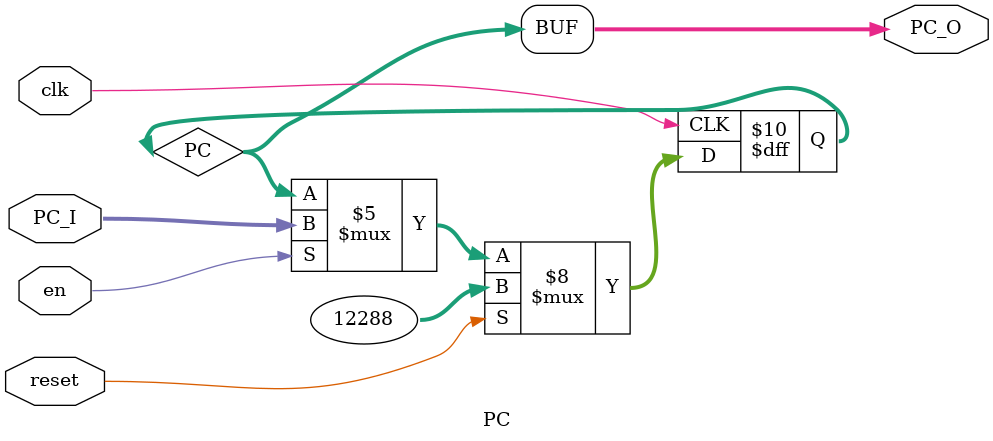
<source format=v>
module PC (
    input wire clk,
    input wire reset,
    input wire en,
    input wire[31:0] PC_I,
    output wire[31:0] PC_O
);
    reg [31:0]PC;

    always @(posedge clk) begin
        if(reset==1'b1) PC <= 32'h00003000;
        else if(en==1'b1) PC <= PC_I;
        else PC <= PC;
    end
    
    assign PC_O = PC;
endmodule
</source>
